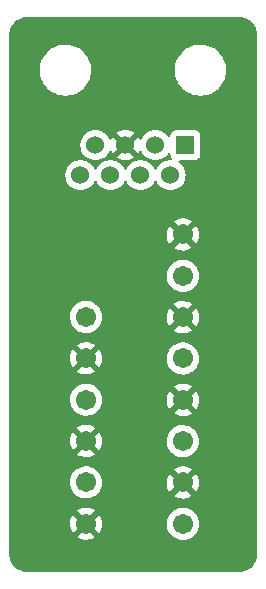
<source format=gtl>
%TF.GenerationSoftware,KiCad,Pcbnew,(6.0.4)*%
%TF.CreationDate,2022-04-04T21:58:20+02:00*%
%TF.ProjectId,TERMINATOR_BOARD,5445524d-494e-4415-944f-525f424f4152,rev?*%
%TF.SameCoordinates,Original*%
%TF.FileFunction,Copper,L1,Top*%
%TF.FilePolarity,Positive*%
%FSLAX46Y46*%
G04 Gerber Fmt 4.6, Leading zero omitted, Abs format (unit mm)*
G04 Created by KiCad (PCBNEW (6.0.4)) date 2022-04-04 21:58:20*
%MOMM*%
%LPD*%
G01*
G04 APERTURE LIST*
%TA.AperFunction,ComponentPad*%
%ADD10C,1.702000*%
%TD*%
%TA.AperFunction,ComponentPad*%
%ADD11R,1.524000X1.524000*%
%TD*%
%TA.AperFunction,ComponentPad*%
%ADD12C,1.524000*%
%TD*%
%TA.AperFunction,Conductor*%
%ADD13C,0.500000*%
%TD*%
G04 APERTURE END LIST*
D10*
X115200000Y-93412000D03*
X115200000Y-89912000D03*
X115200000Y-86412000D03*
X115200000Y-82912000D03*
X115200000Y-79412000D03*
X115200000Y-75912000D03*
X115200000Y-72412000D03*
X115200000Y-68912000D03*
D11*
X115425000Y-61342000D03*
D12*
X114155000Y-63882000D03*
X112885000Y-61342000D03*
X111615000Y-63882000D03*
X110345000Y-61342000D03*
X109075000Y-63882000D03*
X107805000Y-61342000D03*
X106535000Y-63882000D03*
D10*
X107000000Y-75900000D03*
X107000000Y-79400000D03*
X107000000Y-82900000D03*
X107000000Y-86400000D03*
X107000000Y-89900000D03*
X107000000Y-93400000D03*
D13*
X114155000Y-63882000D02*
X114155000Y-63924000D01*
%TA.AperFunction,Conductor*%
G36*
X119970018Y-50510000D02*
G01*
X119984851Y-50512310D01*
X119984855Y-50512310D01*
X119993724Y-50513691D01*
X120008981Y-50511696D01*
X120034302Y-50510953D01*
X120203285Y-50523039D01*
X120221064Y-50525596D01*
X120411392Y-50566999D01*
X120428641Y-50572063D01*
X120611150Y-50640136D01*
X120627502Y-50647604D01*
X120798458Y-50740952D01*
X120813582Y-50750672D01*
X120969514Y-50867402D01*
X120983100Y-50879175D01*
X121120825Y-51016900D01*
X121132598Y-51030486D01*
X121249328Y-51186418D01*
X121259048Y-51201542D01*
X121352396Y-51372498D01*
X121359864Y-51388850D01*
X121427937Y-51571359D01*
X121433001Y-51588607D01*
X121474404Y-51778936D01*
X121476962Y-51796721D01*
X121488540Y-51958601D01*
X121487793Y-51976565D01*
X121487692Y-51984845D01*
X121486309Y-51993724D01*
X121487474Y-52002630D01*
X121490436Y-52025283D01*
X121491500Y-52041621D01*
X121491500Y-95950633D01*
X121490000Y-95970018D01*
X121487690Y-95984851D01*
X121487690Y-95984855D01*
X121486309Y-95993724D01*
X121488136Y-96007693D01*
X121488304Y-96008976D01*
X121489047Y-96034305D01*
X121476962Y-96203279D01*
X121474404Y-96221064D01*
X121456598Y-96302919D01*
X121433001Y-96411392D01*
X121427937Y-96428641D01*
X121359864Y-96611150D01*
X121352396Y-96627502D01*
X121259048Y-96798458D01*
X121249328Y-96813582D01*
X121132598Y-96969514D01*
X121120825Y-96983100D01*
X120983100Y-97120825D01*
X120969514Y-97132598D01*
X120813582Y-97249328D01*
X120798458Y-97259048D01*
X120627502Y-97352396D01*
X120611150Y-97359864D01*
X120428641Y-97427937D01*
X120411393Y-97433001D01*
X120221064Y-97474404D01*
X120203285Y-97476961D01*
X120041395Y-97488540D01*
X120023435Y-97487793D01*
X120015155Y-97487692D01*
X120006276Y-97486309D01*
X119974714Y-97490436D01*
X119958379Y-97491500D01*
X102049367Y-97491500D01*
X102029982Y-97490000D01*
X102015149Y-97487690D01*
X102015145Y-97487690D01*
X102006276Y-97486309D01*
X101991019Y-97488304D01*
X101965698Y-97489047D01*
X101796715Y-97476961D01*
X101778936Y-97474404D01*
X101588607Y-97433001D01*
X101571359Y-97427937D01*
X101388850Y-97359864D01*
X101372498Y-97352396D01*
X101201542Y-97259048D01*
X101186418Y-97249328D01*
X101030486Y-97132598D01*
X101016900Y-97120825D01*
X100879175Y-96983100D01*
X100867402Y-96969514D01*
X100750672Y-96813582D01*
X100740952Y-96798458D01*
X100647604Y-96627502D01*
X100640136Y-96611150D01*
X100572063Y-96428641D01*
X100566999Y-96411392D01*
X100543402Y-96302919D01*
X100525596Y-96221064D01*
X100523038Y-96203278D01*
X100511719Y-96045012D01*
X100512805Y-96022245D01*
X100512334Y-96022203D01*
X100512770Y-96017345D01*
X100513576Y-96012552D01*
X100513729Y-96000000D01*
X100509773Y-95972376D01*
X100508500Y-95954514D01*
X100508500Y-94525584D01*
X106239245Y-94525584D01*
X106244526Y-94532639D01*
X106406322Y-94627184D01*
X106415609Y-94631634D01*
X106614721Y-94707667D01*
X106624619Y-94710543D01*
X106833476Y-94753035D01*
X106843704Y-94754254D01*
X107056696Y-94762065D01*
X107066982Y-94761598D01*
X107278389Y-94734516D01*
X107288475Y-94732373D01*
X107492617Y-94671127D01*
X107502212Y-94667366D01*
X107693600Y-94573607D01*
X107702466Y-94568322D01*
X107749964Y-94534441D01*
X107758365Y-94523741D01*
X107751378Y-94510589D01*
X107012811Y-93772021D01*
X106998868Y-93764408D01*
X106997034Y-93764539D01*
X106990420Y-93768790D01*
X106246002Y-94513209D01*
X106239245Y-94525584D01*
X100508500Y-94525584D01*
X100508500Y-93371839D01*
X105637046Y-93371839D01*
X105649315Y-93584616D01*
X105650751Y-93594837D01*
X105697607Y-93802746D01*
X105700687Y-93812575D01*
X105780874Y-94010056D01*
X105785517Y-94019247D01*
X105865732Y-94150147D01*
X105876188Y-94159607D01*
X105884966Y-94155823D01*
X106627979Y-93412811D01*
X106634356Y-93401132D01*
X107364408Y-93401132D01*
X107364539Y-93402965D01*
X107368790Y-93409580D01*
X108111191Y-94151981D01*
X108123201Y-94158539D01*
X108134941Y-94149571D01*
X108165864Y-94106537D01*
X108171174Y-94097700D01*
X108265603Y-93906637D01*
X108269402Y-93897042D01*
X108331357Y-93693127D01*
X108333536Y-93683046D01*
X108361593Y-93469935D01*
X108362112Y-93463262D01*
X108363576Y-93403365D01*
X108363382Y-93396646D01*
X108361904Y-93378671D01*
X113836248Y-93378671D01*
X113836545Y-93383823D01*
X113836545Y-93383827D01*
X113838364Y-93415364D01*
X113849117Y-93601854D01*
X113850252Y-93606891D01*
X113850253Y-93606897D01*
X113885779Y-93764539D01*
X113898264Y-93819939D01*
X113900208Y-93824725D01*
X113900209Y-93824730D01*
X113936531Y-93914180D01*
X113982371Y-94027069D01*
X114099178Y-94217680D01*
X114102559Y-94221583D01*
X114242163Y-94382747D01*
X114242167Y-94382751D01*
X114245548Y-94386654D01*
X114417551Y-94529454D01*
X114422003Y-94532056D01*
X114422008Y-94532059D01*
X114592411Y-94631634D01*
X114610566Y-94642243D01*
X114819412Y-94721993D01*
X114824480Y-94723024D01*
X114824483Y-94723025D01*
X114931825Y-94744864D01*
X115038478Y-94766563D01*
X115043653Y-94766753D01*
X115043655Y-94766753D01*
X115256718Y-94774566D01*
X115256722Y-94774566D01*
X115261882Y-94774755D01*
X115267002Y-94774099D01*
X115267004Y-94774099D01*
X115478497Y-94747006D01*
X115478498Y-94747006D01*
X115483625Y-94746349D01*
X115561368Y-94723025D01*
X115692797Y-94683594D01*
X115697750Y-94682108D01*
X115702389Y-94679835D01*
X115702395Y-94679833D01*
X115893870Y-94586030D01*
X115898508Y-94583758D01*
X115980065Y-94525584D01*
X116076295Y-94456944D01*
X116076300Y-94456940D01*
X116080507Y-94453939D01*
X116238859Y-94296139D01*
X116369312Y-94114594D01*
X116468363Y-93914180D01*
X116511555Y-93772021D01*
X116531847Y-93705233D01*
X116531848Y-93705227D01*
X116533351Y-93700281D01*
X116562530Y-93478639D01*
X116564159Y-93412000D01*
X116556927Y-93324031D01*
X116546265Y-93194348D01*
X116546264Y-93194342D01*
X116545841Y-93189197D01*
X116491380Y-92972378D01*
X116484173Y-92955803D01*
X116404298Y-92772103D01*
X116404296Y-92772100D01*
X116402238Y-92767366D01*
X116280809Y-92579665D01*
X116130354Y-92414317D01*
X116058701Y-92357729D01*
X115958968Y-92278964D01*
X115958963Y-92278961D01*
X115954914Y-92275763D01*
X115950398Y-92273270D01*
X115950395Y-92273268D01*
X115763724Y-92170220D01*
X115763720Y-92170218D01*
X115759200Y-92167723D01*
X115754331Y-92165999D01*
X115754327Y-92165997D01*
X115553344Y-92094825D01*
X115553340Y-92094824D01*
X115548469Y-92093099D01*
X115543376Y-92092192D01*
X115543373Y-92092191D01*
X115333468Y-92054801D01*
X115333462Y-92054800D01*
X115328379Y-92053895D01*
X115254610Y-92052994D01*
X115110011Y-92051227D01*
X115110009Y-92051227D01*
X115104841Y-92051164D01*
X114883859Y-92084979D01*
X114671367Y-92154432D01*
X114666775Y-92156822D01*
X114666776Y-92156822D01*
X114489345Y-92249187D01*
X114473072Y-92257658D01*
X114468939Y-92260761D01*
X114468936Y-92260763D01*
X114449026Y-92275712D01*
X114294299Y-92391885D01*
X114139849Y-92553507D01*
X114013871Y-92738185D01*
X114011697Y-92742869D01*
X114011695Y-92742872D01*
X113921923Y-92936267D01*
X113921921Y-92936272D01*
X113919746Y-92940958D01*
X113860004Y-93156382D01*
X113836248Y-93378671D01*
X108361904Y-93378671D01*
X108345771Y-93182430D01*
X108344088Y-93172268D01*
X108292165Y-92965551D01*
X108288847Y-92955803D01*
X108203858Y-92760341D01*
X108198991Y-92751264D01*
X108133786Y-92650474D01*
X108123100Y-92641272D01*
X108113535Y-92645675D01*
X107372022Y-93387188D01*
X107364408Y-93401132D01*
X106634356Y-93401132D01*
X106635592Y-93398868D01*
X106635461Y-93397034D01*
X106631210Y-93390420D01*
X105889125Y-92648336D01*
X105877593Y-92642039D01*
X105865311Y-92651662D01*
X105817218Y-92722163D01*
X105812129Y-92731121D01*
X105722391Y-92924445D01*
X105718837Y-92934105D01*
X105661875Y-93139504D01*
X105659948Y-93149608D01*
X105637298Y-93361550D01*
X105637046Y-93371839D01*
X100508500Y-93371839D01*
X100508500Y-92275712D01*
X106240508Y-92275712D01*
X106247250Y-92288039D01*
X106987189Y-93027979D01*
X107001132Y-93035592D01*
X107002966Y-93035461D01*
X107009580Y-93031210D01*
X107754106Y-92286683D01*
X107761123Y-92273833D01*
X107754294Y-92264461D01*
X107750111Y-92261682D01*
X107563523Y-92158680D01*
X107554118Y-92154453D01*
X107353213Y-92083309D01*
X107343250Y-92080677D01*
X107133420Y-92043300D01*
X107123169Y-92042331D01*
X106910046Y-92039727D01*
X106899762Y-92040447D01*
X106689087Y-92072684D01*
X106679060Y-92075073D01*
X106476479Y-92141287D01*
X106466970Y-92145284D01*
X106277928Y-92243693D01*
X106269204Y-92249187D01*
X106248962Y-92264385D01*
X106240508Y-92275712D01*
X100508500Y-92275712D01*
X100508500Y-89866671D01*
X105636248Y-89866671D01*
X105636545Y-89871823D01*
X105636545Y-89871827D01*
X105637238Y-89883839D01*
X105649117Y-90089854D01*
X105650252Y-90094891D01*
X105650253Y-90094897D01*
X105691158Y-90276408D01*
X105698264Y-90307939D01*
X105700208Y-90312725D01*
X105700209Y-90312730D01*
X105743214Y-90418637D01*
X105782371Y-90515069D01*
X105899178Y-90705680D01*
X105902559Y-90709583D01*
X106042163Y-90870747D01*
X106042167Y-90870751D01*
X106045548Y-90874654D01*
X106217551Y-91017454D01*
X106222003Y-91020056D01*
X106222008Y-91020059D01*
X106406108Y-91127638D01*
X106410566Y-91130243D01*
X106619412Y-91209993D01*
X106624480Y-91211024D01*
X106624483Y-91211025D01*
X106731825Y-91232864D01*
X106838478Y-91254563D01*
X106843653Y-91254753D01*
X106843655Y-91254753D01*
X107056718Y-91262566D01*
X107056722Y-91262566D01*
X107061882Y-91262755D01*
X107067002Y-91262099D01*
X107067004Y-91262099D01*
X107278497Y-91235006D01*
X107278498Y-91235006D01*
X107283625Y-91234349D01*
X107332563Y-91219667D01*
X107492797Y-91171594D01*
X107497750Y-91170108D01*
X107502389Y-91167835D01*
X107502395Y-91167833D01*
X107658608Y-91091305D01*
X107698508Y-91071758D01*
X107746418Y-91037584D01*
X114439245Y-91037584D01*
X114444526Y-91044639D01*
X114606322Y-91139184D01*
X114615609Y-91143634D01*
X114814721Y-91219667D01*
X114824619Y-91222543D01*
X115033476Y-91265035D01*
X115043704Y-91266254D01*
X115256696Y-91274065D01*
X115266982Y-91273598D01*
X115478389Y-91246516D01*
X115488475Y-91244373D01*
X115692617Y-91183127D01*
X115702212Y-91179366D01*
X115893600Y-91085607D01*
X115902466Y-91080322D01*
X115949964Y-91046441D01*
X115958365Y-91035741D01*
X115951378Y-91022589D01*
X115212811Y-90284021D01*
X115198868Y-90276408D01*
X115197034Y-90276539D01*
X115190420Y-90280790D01*
X114446002Y-91025209D01*
X114439245Y-91037584D01*
X107746418Y-91037584D01*
X107779266Y-91014154D01*
X107876295Y-90944944D01*
X107876300Y-90944940D01*
X107880507Y-90941939D01*
X108038859Y-90784139D01*
X108169312Y-90602594D01*
X108209117Y-90522056D01*
X108260229Y-90418637D01*
X108268363Y-90402180D01*
X108304263Y-90284021D01*
X108331847Y-90193233D01*
X108331848Y-90193227D01*
X108333351Y-90188281D01*
X108346988Y-90084695D01*
X108362093Y-89969961D01*
X108362093Y-89969955D01*
X108362530Y-89966639D01*
X108362612Y-89963286D01*
X108364077Y-89903364D01*
X108364077Y-89903360D01*
X108364159Y-89900000D01*
X108362830Y-89883839D01*
X113837046Y-89883839D01*
X113849315Y-90096616D01*
X113850751Y-90106837D01*
X113897607Y-90314746D01*
X113900687Y-90324575D01*
X113980874Y-90522056D01*
X113985517Y-90531247D01*
X114065732Y-90662147D01*
X114076188Y-90671607D01*
X114084966Y-90667823D01*
X114827979Y-89924811D01*
X114834356Y-89913132D01*
X115564408Y-89913132D01*
X115564539Y-89914965D01*
X115568790Y-89921580D01*
X116311191Y-90663981D01*
X116323201Y-90670539D01*
X116334941Y-90661571D01*
X116365864Y-90618537D01*
X116371174Y-90609700D01*
X116465603Y-90418637D01*
X116469402Y-90409042D01*
X116531357Y-90205127D01*
X116533536Y-90195046D01*
X116561593Y-89981935D01*
X116562112Y-89975262D01*
X116563576Y-89915365D01*
X116563382Y-89908646D01*
X116545771Y-89694430D01*
X116544088Y-89684268D01*
X116492165Y-89477551D01*
X116488847Y-89467803D01*
X116403858Y-89272341D01*
X116398991Y-89263264D01*
X116333786Y-89162474D01*
X116323100Y-89153272D01*
X116313535Y-89157675D01*
X115572022Y-89899188D01*
X115564408Y-89913132D01*
X114834356Y-89913132D01*
X114835592Y-89910868D01*
X114835461Y-89909034D01*
X114831210Y-89902420D01*
X114089125Y-89160336D01*
X114077593Y-89154039D01*
X114065311Y-89163662D01*
X114017218Y-89234163D01*
X114012129Y-89243121D01*
X113922391Y-89436445D01*
X113918837Y-89446105D01*
X113861875Y-89651504D01*
X113859948Y-89661608D01*
X113837298Y-89873550D01*
X113837046Y-89883839D01*
X108362830Y-89883839D01*
X108347258Y-89694430D01*
X108346265Y-89682348D01*
X108346264Y-89682342D01*
X108345841Y-89677197D01*
X108291380Y-89460378D01*
X108280974Y-89436445D01*
X108204298Y-89260103D01*
X108204296Y-89260100D01*
X108202238Y-89255366D01*
X108080809Y-89067665D01*
X107930354Y-88902317D01*
X107858701Y-88845729D01*
X107785239Y-88787712D01*
X114440508Y-88787712D01*
X114447250Y-88800039D01*
X115187189Y-89539979D01*
X115201132Y-89547592D01*
X115202966Y-89547461D01*
X115209580Y-89543210D01*
X115954106Y-88798683D01*
X115961123Y-88785833D01*
X115954294Y-88776461D01*
X115950111Y-88773682D01*
X115763523Y-88670680D01*
X115754118Y-88666453D01*
X115553213Y-88595309D01*
X115543250Y-88592677D01*
X115333420Y-88555300D01*
X115323169Y-88554331D01*
X115110046Y-88551727D01*
X115099762Y-88552447D01*
X114889087Y-88584684D01*
X114879060Y-88587073D01*
X114676479Y-88653287D01*
X114666970Y-88657284D01*
X114477928Y-88755693D01*
X114469204Y-88761187D01*
X114448962Y-88776385D01*
X114440508Y-88787712D01*
X107785239Y-88787712D01*
X107758968Y-88766964D01*
X107758963Y-88766961D01*
X107754914Y-88763763D01*
X107750398Y-88761270D01*
X107750395Y-88761268D01*
X107563724Y-88658220D01*
X107563720Y-88658218D01*
X107559200Y-88655723D01*
X107554331Y-88653999D01*
X107554327Y-88653997D01*
X107353344Y-88582825D01*
X107353340Y-88582824D01*
X107348469Y-88581099D01*
X107343376Y-88580192D01*
X107343373Y-88580191D01*
X107133468Y-88542801D01*
X107133462Y-88542800D01*
X107128379Y-88541895D01*
X107054610Y-88540994D01*
X106910011Y-88539227D01*
X106910009Y-88539227D01*
X106904841Y-88539164D01*
X106683859Y-88572979D01*
X106471367Y-88642432D01*
X106273072Y-88745658D01*
X106268939Y-88748761D01*
X106268936Y-88748763D01*
X106098434Y-88876780D01*
X106094299Y-88879885D01*
X105939849Y-89041507D01*
X105813871Y-89226185D01*
X105811697Y-89230869D01*
X105811695Y-89230872D01*
X105721923Y-89424267D01*
X105721921Y-89424272D01*
X105719746Y-89428958D01*
X105660004Y-89644382D01*
X105636248Y-89866671D01*
X100508500Y-89866671D01*
X100508500Y-87525584D01*
X106239245Y-87525584D01*
X106244526Y-87532639D01*
X106406322Y-87627184D01*
X106415609Y-87631634D01*
X106614721Y-87707667D01*
X106624619Y-87710543D01*
X106833476Y-87753035D01*
X106843704Y-87754254D01*
X107056696Y-87762065D01*
X107066982Y-87761598D01*
X107278389Y-87734516D01*
X107288475Y-87732373D01*
X107492617Y-87671127D01*
X107502212Y-87667366D01*
X107693600Y-87573607D01*
X107702466Y-87568322D01*
X107749964Y-87534441D01*
X107758365Y-87523741D01*
X107751378Y-87510589D01*
X107012811Y-86772021D01*
X106998868Y-86764408D01*
X106997034Y-86764539D01*
X106990420Y-86768790D01*
X106246002Y-87513209D01*
X106239245Y-87525584D01*
X100508500Y-87525584D01*
X100508500Y-86371839D01*
X105637046Y-86371839D01*
X105649315Y-86584616D01*
X105650751Y-86594837D01*
X105697607Y-86802746D01*
X105700687Y-86812575D01*
X105780874Y-87010056D01*
X105785517Y-87019247D01*
X105865732Y-87150147D01*
X105876188Y-87159607D01*
X105884966Y-87155823D01*
X106627979Y-86412811D01*
X106634356Y-86401132D01*
X107364408Y-86401132D01*
X107364539Y-86402965D01*
X107368790Y-86409580D01*
X108111191Y-87151981D01*
X108123201Y-87158539D01*
X108134941Y-87149571D01*
X108165864Y-87106537D01*
X108171174Y-87097700D01*
X108265603Y-86906637D01*
X108269402Y-86897042D01*
X108331357Y-86693127D01*
X108333536Y-86683046D01*
X108361593Y-86469935D01*
X108362112Y-86463262D01*
X108363576Y-86403365D01*
X108363382Y-86396646D01*
X108361904Y-86378671D01*
X113836248Y-86378671D01*
X113836545Y-86383823D01*
X113836545Y-86383827D01*
X113838364Y-86415364D01*
X113849117Y-86601854D01*
X113850252Y-86606891D01*
X113850253Y-86606897D01*
X113885779Y-86764539D01*
X113898264Y-86819939D01*
X113900208Y-86824725D01*
X113900209Y-86824730D01*
X113936531Y-86914180D01*
X113982371Y-87027069D01*
X114099178Y-87217680D01*
X114102559Y-87221583D01*
X114242163Y-87382747D01*
X114242167Y-87382751D01*
X114245548Y-87386654D01*
X114417551Y-87529454D01*
X114422003Y-87532056D01*
X114422008Y-87532059D01*
X114592411Y-87631634D01*
X114610566Y-87642243D01*
X114819412Y-87721993D01*
X114824480Y-87723024D01*
X114824483Y-87723025D01*
X114931825Y-87744864D01*
X115038478Y-87766563D01*
X115043653Y-87766753D01*
X115043655Y-87766753D01*
X115256718Y-87774566D01*
X115256722Y-87774566D01*
X115261882Y-87774755D01*
X115267002Y-87774099D01*
X115267004Y-87774099D01*
X115478497Y-87747006D01*
X115478498Y-87747006D01*
X115483625Y-87746349D01*
X115561368Y-87723025D01*
X115692797Y-87683594D01*
X115697750Y-87682108D01*
X115702389Y-87679835D01*
X115702395Y-87679833D01*
X115893870Y-87586030D01*
X115898508Y-87583758D01*
X115980065Y-87525584D01*
X116076295Y-87456944D01*
X116076300Y-87456940D01*
X116080507Y-87453939D01*
X116238859Y-87296139D01*
X116369312Y-87114594D01*
X116468363Y-86914180D01*
X116511555Y-86772021D01*
X116531847Y-86705233D01*
X116531848Y-86705227D01*
X116533351Y-86700281D01*
X116562530Y-86478639D01*
X116564159Y-86412000D01*
X116556927Y-86324031D01*
X116546265Y-86194348D01*
X116546264Y-86194342D01*
X116545841Y-86189197D01*
X116491380Y-85972378D01*
X116484173Y-85955803D01*
X116404298Y-85772103D01*
X116404296Y-85772100D01*
X116402238Y-85767366D01*
X116280809Y-85579665D01*
X116130354Y-85414317D01*
X116058701Y-85357729D01*
X115958968Y-85278964D01*
X115958963Y-85278961D01*
X115954914Y-85275763D01*
X115950398Y-85273270D01*
X115950395Y-85273268D01*
X115763724Y-85170220D01*
X115763720Y-85170218D01*
X115759200Y-85167723D01*
X115754331Y-85165999D01*
X115754327Y-85165997D01*
X115553344Y-85094825D01*
X115553340Y-85094824D01*
X115548469Y-85093099D01*
X115543376Y-85092192D01*
X115543373Y-85092191D01*
X115333468Y-85054801D01*
X115333462Y-85054800D01*
X115328379Y-85053895D01*
X115254610Y-85052994D01*
X115110011Y-85051227D01*
X115110009Y-85051227D01*
X115104841Y-85051164D01*
X114883859Y-85084979D01*
X114671367Y-85154432D01*
X114666775Y-85156822D01*
X114666776Y-85156822D01*
X114489345Y-85249187D01*
X114473072Y-85257658D01*
X114468939Y-85260761D01*
X114468936Y-85260763D01*
X114449026Y-85275712D01*
X114294299Y-85391885D01*
X114139849Y-85553507D01*
X114013871Y-85738185D01*
X114011697Y-85742869D01*
X114011695Y-85742872D01*
X113921923Y-85936267D01*
X113921921Y-85936272D01*
X113919746Y-85940958D01*
X113860004Y-86156382D01*
X113836248Y-86378671D01*
X108361904Y-86378671D01*
X108345771Y-86182430D01*
X108344088Y-86172268D01*
X108292165Y-85965551D01*
X108288847Y-85955803D01*
X108203858Y-85760341D01*
X108198991Y-85751264D01*
X108133786Y-85650474D01*
X108123100Y-85641272D01*
X108113535Y-85645675D01*
X107372022Y-86387188D01*
X107364408Y-86401132D01*
X106634356Y-86401132D01*
X106635592Y-86398868D01*
X106635461Y-86397034D01*
X106631210Y-86390420D01*
X105889125Y-85648336D01*
X105877593Y-85642039D01*
X105865311Y-85651662D01*
X105817218Y-85722163D01*
X105812129Y-85731121D01*
X105722391Y-85924445D01*
X105718837Y-85934105D01*
X105661875Y-86139504D01*
X105659948Y-86149608D01*
X105637298Y-86361550D01*
X105637046Y-86371839D01*
X100508500Y-86371839D01*
X100508500Y-85275712D01*
X106240508Y-85275712D01*
X106247250Y-85288039D01*
X106987189Y-86027979D01*
X107001132Y-86035592D01*
X107002966Y-86035461D01*
X107009580Y-86031210D01*
X107754106Y-85286683D01*
X107761123Y-85273833D01*
X107754294Y-85264461D01*
X107750111Y-85261682D01*
X107563523Y-85158680D01*
X107554118Y-85154453D01*
X107353213Y-85083309D01*
X107343250Y-85080677D01*
X107133420Y-85043300D01*
X107123169Y-85042331D01*
X106910046Y-85039727D01*
X106899762Y-85040447D01*
X106689087Y-85072684D01*
X106679060Y-85075073D01*
X106476479Y-85141287D01*
X106466970Y-85145284D01*
X106277928Y-85243693D01*
X106269204Y-85249187D01*
X106248962Y-85264385D01*
X106240508Y-85275712D01*
X100508500Y-85275712D01*
X100508500Y-82866671D01*
X105636248Y-82866671D01*
X105636545Y-82871823D01*
X105636545Y-82871827D01*
X105637238Y-82883839D01*
X105649117Y-83089854D01*
X105650252Y-83094891D01*
X105650253Y-83094897D01*
X105691158Y-83276408D01*
X105698264Y-83307939D01*
X105700208Y-83312725D01*
X105700209Y-83312730D01*
X105743214Y-83418637D01*
X105782371Y-83515069D01*
X105899178Y-83705680D01*
X105902559Y-83709583D01*
X106042163Y-83870747D01*
X106042167Y-83870751D01*
X106045548Y-83874654D01*
X106217551Y-84017454D01*
X106222003Y-84020056D01*
X106222008Y-84020059D01*
X106406108Y-84127638D01*
X106410566Y-84130243D01*
X106619412Y-84209993D01*
X106624480Y-84211024D01*
X106624483Y-84211025D01*
X106731825Y-84232864D01*
X106838478Y-84254563D01*
X106843653Y-84254753D01*
X106843655Y-84254753D01*
X107056718Y-84262566D01*
X107056722Y-84262566D01*
X107061882Y-84262755D01*
X107067002Y-84262099D01*
X107067004Y-84262099D01*
X107278497Y-84235006D01*
X107278498Y-84235006D01*
X107283625Y-84234349D01*
X107332563Y-84219667D01*
X107492797Y-84171594D01*
X107497750Y-84170108D01*
X107502389Y-84167835D01*
X107502395Y-84167833D01*
X107658608Y-84091305D01*
X107698508Y-84071758D01*
X107746418Y-84037584D01*
X114439245Y-84037584D01*
X114444526Y-84044639D01*
X114606322Y-84139184D01*
X114615609Y-84143634D01*
X114814721Y-84219667D01*
X114824619Y-84222543D01*
X115033476Y-84265035D01*
X115043704Y-84266254D01*
X115256696Y-84274065D01*
X115266982Y-84273598D01*
X115478389Y-84246516D01*
X115488475Y-84244373D01*
X115692617Y-84183127D01*
X115702212Y-84179366D01*
X115893600Y-84085607D01*
X115902466Y-84080322D01*
X115949964Y-84046441D01*
X115958365Y-84035741D01*
X115951378Y-84022589D01*
X115212811Y-83284021D01*
X115198868Y-83276408D01*
X115197034Y-83276539D01*
X115190420Y-83280790D01*
X114446002Y-84025209D01*
X114439245Y-84037584D01*
X107746418Y-84037584D01*
X107779266Y-84014154D01*
X107876295Y-83944944D01*
X107876300Y-83944940D01*
X107880507Y-83941939D01*
X108038859Y-83784139D01*
X108169312Y-83602594D01*
X108209117Y-83522056D01*
X108260229Y-83418637D01*
X108268363Y-83402180D01*
X108304263Y-83284021D01*
X108331847Y-83193233D01*
X108331848Y-83193227D01*
X108333351Y-83188281D01*
X108346988Y-83084695D01*
X108362093Y-82969961D01*
X108362093Y-82969955D01*
X108362530Y-82966639D01*
X108362612Y-82963286D01*
X108364077Y-82903364D01*
X108364077Y-82903360D01*
X108364159Y-82900000D01*
X108362830Y-82883839D01*
X113837046Y-82883839D01*
X113849315Y-83096616D01*
X113850751Y-83106837D01*
X113897607Y-83314746D01*
X113900687Y-83324575D01*
X113980874Y-83522056D01*
X113985517Y-83531247D01*
X114065732Y-83662147D01*
X114076188Y-83671607D01*
X114084966Y-83667823D01*
X114827979Y-82924811D01*
X114834356Y-82913132D01*
X115564408Y-82913132D01*
X115564539Y-82914965D01*
X115568790Y-82921580D01*
X116311191Y-83663981D01*
X116323201Y-83670539D01*
X116334941Y-83661571D01*
X116365864Y-83618537D01*
X116371174Y-83609700D01*
X116465603Y-83418637D01*
X116469402Y-83409042D01*
X116531357Y-83205127D01*
X116533536Y-83195046D01*
X116561593Y-82981935D01*
X116562112Y-82975262D01*
X116563576Y-82915365D01*
X116563382Y-82908646D01*
X116545771Y-82694430D01*
X116544088Y-82684268D01*
X116492165Y-82477551D01*
X116488847Y-82467803D01*
X116403858Y-82272341D01*
X116398991Y-82263264D01*
X116333786Y-82162474D01*
X116323100Y-82153272D01*
X116313535Y-82157675D01*
X115572022Y-82899188D01*
X115564408Y-82913132D01*
X114834356Y-82913132D01*
X114835592Y-82910868D01*
X114835461Y-82909034D01*
X114831210Y-82902420D01*
X114089125Y-82160336D01*
X114077593Y-82154039D01*
X114065311Y-82163662D01*
X114017218Y-82234163D01*
X114012129Y-82243121D01*
X113922391Y-82436445D01*
X113918837Y-82446105D01*
X113861875Y-82651504D01*
X113859948Y-82661608D01*
X113837298Y-82873550D01*
X113837046Y-82883839D01*
X108362830Y-82883839D01*
X108347258Y-82694430D01*
X108346265Y-82682348D01*
X108346264Y-82682342D01*
X108345841Y-82677197D01*
X108291380Y-82460378D01*
X108280974Y-82436445D01*
X108204298Y-82260103D01*
X108204296Y-82260100D01*
X108202238Y-82255366D01*
X108080809Y-82067665D01*
X107930354Y-81902317D01*
X107858701Y-81845729D01*
X107785239Y-81787712D01*
X114440508Y-81787712D01*
X114447250Y-81800039D01*
X115187189Y-82539979D01*
X115201132Y-82547592D01*
X115202966Y-82547461D01*
X115209580Y-82543210D01*
X115954106Y-81798683D01*
X115961123Y-81785833D01*
X115954294Y-81776461D01*
X115950111Y-81773682D01*
X115763523Y-81670680D01*
X115754118Y-81666453D01*
X115553213Y-81595309D01*
X115543250Y-81592677D01*
X115333420Y-81555300D01*
X115323169Y-81554331D01*
X115110046Y-81551727D01*
X115099762Y-81552447D01*
X114889087Y-81584684D01*
X114879060Y-81587073D01*
X114676479Y-81653287D01*
X114666970Y-81657284D01*
X114477928Y-81755693D01*
X114469204Y-81761187D01*
X114448962Y-81776385D01*
X114440508Y-81787712D01*
X107785239Y-81787712D01*
X107758968Y-81766964D01*
X107758963Y-81766961D01*
X107754914Y-81763763D01*
X107750398Y-81761270D01*
X107750395Y-81761268D01*
X107563724Y-81658220D01*
X107563720Y-81658218D01*
X107559200Y-81655723D01*
X107554331Y-81653999D01*
X107554327Y-81653997D01*
X107353344Y-81582825D01*
X107353340Y-81582824D01*
X107348469Y-81581099D01*
X107343376Y-81580192D01*
X107343373Y-81580191D01*
X107133468Y-81542801D01*
X107133462Y-81542800D01*
X107128379Y-81541895D01*
X107054610Y-81540994D01*
X106910011Y-81539227D01*
X106910009Y-81539227D01*
X106904841Y-81539164D01*
X106683859Y-81572979D01*
X106471367Y-81642432D01*
X106273072Y-81745658D01*
X106268939Y-81748761D01*
X106268936Y-81748763D01*
X106098434Y-81876780D01*
X106094299Y-81879885D01*
X105939849Y-82041507D01*
X105813871Y-82226185D01*
X105811697Y-82230869D01*
X105811695Y-82230872D01*
X105721923Y-82424267D01*
X105721921Y-82424272D01*
X105719746Y-82428958D01*
X105660004Y-82644382D01*
X105636248Y-82866671D01*
X100508500Y-82866671D01*
X100508500Y-80525584D01*
X106239245Y-80525584D01*
X106244526Y-80532639D01*
X106406322Y-80627184D01*
X106415609Y-80631634D01*
X106614721Y-80707667D01*
X106624619Y-80710543D01*
X106833476Y-80753035D01*
X106843704Y-80754254D01*
X107056696Y-80762065D01*
X107066982Y-80761598D01*
X107278389Y-80734516D01*
X107288475Y-80732373D01*
X107492617Y-80671127D01*
X107502212Y-80667366D01*
X107693600Y-80573607D01*
X107702466Y-80568322D01*
X107749964Y-80534441D01*
X107758365Y-80523741D01*
X107751378Y-80510589D01*
X107012811Y-79772021D01*
X106998868Y-79764408D01*
X106997034Y-79764539D01*
X106990420Y-79768790D01*
X106246002Y-80513209D01*
X106239245Y-80525584D01*
X100508500Y-80525584D01*
X100508500Y-79371839D01*
X105637046Y-79371839D01*
X105649315Y-79584616D01*
X105650751Y-79594837D01*
X105697607Y-79802746D01*
X105700687Y-79812575D01*
X105780874Y-80010056D01*
X105785517Y-80019247D01*
X105865732Y-80150147D01*
X105876188Y-80159607D01*
X105884966Y-80155823D01*
X106627979Y-79412811D01*
X106634356Y-79401132D01*
X107364408Y-79401132D01*
X107364539Y-79402965D01*
X107368790Y-79409580D01*
X108111191Y-80151981D01*
X108123201Y-80158539D01*
X108134941Y-80149571D01*
X108165864Y-80106537D01*
X108171174Y-80097700D01*
X108265603Y-79906637D01*
X108269402Y-79897042D01*
X108331357Y-79693127D01*
X108333536Y-79683046D01*
X108361593Y-79469935D01*
X108362112Y-79463262D01*
X108363576Y-79403365D01*
X108363382Y-79396646D01*
X108361904Y-79378671D01*
X113836248Y-79378671D01*
X113836545Y-79383823D01*
X113836545Y-79383827D01*
X113838364Y-79415364D01*
X113849117Y-79601854D01*
X113850252Y-79606891D01*
X113850253Y-79606897D01*
X113885779Y-79764539D01*
X113898264Y-79819939D01*
X113900208Y-79824725D01*
X113900209Y-79824730D01*
X113936531Y-79914180D01*
X113982371Y-80027069D01*
X114099178Y-80217680D01*
X114102559Y-80221583D01*
X114242163Y-80382747D01*
X114242167Y-80382751D01*
X114245548Y-80386654D01*
X114417551Y-80529454D01*
X114422003Y-80532056D01*
X114422008Y-80532059D01*
X114592411Y-80631634D01*
X114610566Y-80642243D01*
X114819412Y-80721993D01*
X114824480Y-80723024D01*
X114824483Y-80723025D01*
X114931825Y-80744864D01*
X115038478Y-80766563D01*
X115043653Y-80766753D01*
X115043655Y-80766753D01*
X115256718Y-80774566D01*
X115256722Y-80774566D01*
X115261882Y-80774755D01*
X115267002Y-80774099D01*
X115267004Y-80774099D01*
X115478497Y-80747006D01*
X115478498Y-80747006D01*
X115483625Y-80746349D01*
X115561368Y-80723025D01*
X115692797Y-80683594D01*
X115697750Y-80682108D01*
X115702389Y-80679835D01*
X115702395Y-80679833D01*
X115893870Y-80586030D01*
X115898508Y-80583758D01*
X115980065Y-80525584D01*
X116076295Y-80456944D01*
X116076300Y-80456940D01*
X116080507Y-80453939D01*
X116238859Y-80296139D01*
X116369312Y-80114594D01*
X116468363Y-79914180D01*
X116511555Y-79772021D01*
X116531847Y-79705233D01*
X116531848Y-79705227D01*
X116533351Y-79700281D01*
X116562530Y-79478639D01*
X116564159Y-79412000D01*
X116556927Y-79324031D01*
X116546265Y-79194348D01*
X116546264Y-79194342D01*
X116545841Y-79189197D01*
X116491380Y-78972378D01*
X116484173Y-78955803D01*
X116404298Y-78772103D01*
X116404296Y-78772100D01*
X116402238Y-78767366D01*
X116280809Y-78579665D01*
X116130354Y-78414317D01*
X116058701Y-78357729D01*
X115958968Y-78278964D01*
X115958963Y-78278961D01*
X115954914Y-78275763D01*
X115950398Y-78273270D01*
X115950395Y-78273268D01*
X115763724Y-78170220D01*
X115763720Y-78170218D01*
X115759200Y-78167723D01*
X115754331Y-78165999D01*
X115754327Y-78165997D01*
X115553344Y-78094825D01*
X115553340Y-78094824D01*
X115548469Y-78093099D01*
X115543376Y-78092192D01*
X115543373Y-78092191D01*
X115333468Y-78054801D01*
X115333462Y-78054800D01*
X115328379Y-78053895D01*
X115254610Y-78052994D01*
X115110011Y-78051227D01*
X115110009Y-78051227D01*
X115104841Y-78051164D01*
X114883859Y-78084979D01*
X114671367Y-78154432D01*
X114666775Y-78156822D01*
X114666776Y-78156822D01*
X114489345Y-78249187D01*
X114473072Y-78257658D01*
X114468939Y-78260761D01*
X114468936Y-78260763D01*
X114449026Y-78275712D01*
X114294299Y-78391885D01*
X114139849Y-78553507D01*
X114013871Y-78738185D01*
X114011697Y-78742869D01*
X114011695Y-78742872D01*
X113921923Y-78936267D01*
X113921921Y-78936272D01*
X113919746Y-78940958D01*
X113860004Y-79156382D01*
X113836248Y-79378671D01*
X108361904Y-79378671D01*
X108345771Y-79182430D01*
X108344088Y-79172268D01*
X108292165Y-78965551D01*
X108288847Y-78955803D01*
X108203858Y-78760341D01*
X108198991Y-78751264D01*
X108133786Y-78650474D01*
X108123100Y-78641272D01*
X108113535Y-78645675D01*
X107372022Y-79387188D01*
X107364408Y-79401132D01*
X106634356Y-79401132D01*
X106635592Y-79398868D01*
X106635461Y-79397034D01*
X106631210Y-79390420D01*
X105889125Y-78648336D01*
X105877593Y-78642039D01*
X105865311Y-78651662D01*
X105817218Y-78722163D01*
X105812129Y-78731121D01*
X105722391Y-78924445D01*
X105718837Y-78934105D01*
X105661875Y-79139504D01*
X105659948Y-79149608D01*
X105637298Y-79361550D01*
X105637046Y-79371839D01*
X100508500Y-79371839D01*
X100508500Y-78275712D01*
X106240508Y-78275712D01*
X106247250Y-78288039D01*
X106987189Y-79027979D01*
X107001132Y-79035592D01*
X107002966Y-79035461D01*
X107009580Y-79031210D01*
X107754106Y-78286683D01*
X107761123Y-78273833D01*
X107754294Y-78264461D01*
X107750111Y-78261682D01*
X107563523Y-78158680D01*
X107554118Y-78154453D01*
X107353213Y-78083309D01*
X107343250Y-78080677D01*
X107133420Y-78043300D01*
X107123169Y-78042331D01*
X106910046Y-78039727D01*
X106899762Y-78040447D01*
X106689087Y-78072684D01*
X106679060Y-78075073D01*
X106476479Y-78141287D01*
X106466970Y-78145284D01*
X106277928Y-78243693D01*
X106269204Y-78249187D01*
X106248962Y-78264385D01*
X106240508Y-78275712D01*
X100508500Y-78275712D01*
X100508500Y-75866671D01*
X105636248Y-75866671D01*
X105636545Y-75871823D01*
X105636545Y-75871827D01*
X105637238Y-75883839D01*
X105649117Y-76089854D01*
X105650252Y-76094891D01*
X105650253Y-76094897D01*
X105691158Y-76276408D01*
X105698264Y-76307939D01*
X105700208Y-76312725D01*
X105700209Y-76312730D01*
X105743214Y-76418637D01*
X105782371Y-76515069D01*
X105899178Y-76705680D01*
X105902559Y-76709583D01*
X106042163Y-76870747D01*
X106042167Y-76870751D01*
X106045548Y-76874654D01*
X106217551Y-77017454D01*
X106222003Y-77020056D01*
X106222008Y-77020059D01*
X106406108Y-77127638D01*
X106410566Y-77130243D01*
X106619412Y-77209993D01*
X106624480Y-77211024D01*
X106624483Y-77211025D01*
X106731825Y-77232864D01*
X106838478Y-77254563D01*
X106843653Y-77254753D01*
X106843655Y-77254753D01*
X107056718Y-77262566D01*
X107056722Y-77262566D01*
X107061882Y-77262755D01*
X107067002Y-77262099D01*
X107067004Y-77262099D01*
X107278497Y-77235006D01*
X107278498Y-77235006D01*
X107283625Y-77234349D01*
X107332563Y-77219667D01*
X107492797Y-77171594D01*
X107497750Y-77170108D01*
X107502389Y-77167835D01*
X107502395Y-77167833D01*
X107658608Y-77091305D01*
X107698508Y-77071758D01*
X107746418Y-77037584D01*
X114439245Y-77037584D01*
X114444526Y-77044639D01*
X114606322Y-77139184D01*
X114615609Y-77143634D01*
X114814721Y-77219667D01*
X114824619Y-77222543D01*
X115033476Y-77265035D01*
X115043704Y-77266254D01*
X115256696Y-77274065D01*
X115266982Y-77273598D01*
X115478389Y-77246516D01*
X115488475Y-77244373D01*
X115692617Y-77183127D01*
X115702212Y-77179366D01*
X115893600Y-77085607D01*
X115902466Y-77080322D01*
X115949964Y-77046441D01*
X115958365Y-77035741D01*
X115951378Y-77022589D01*
X115212811Y-76284021D01*
X115198868Y-76276408D01*
X115197034Y-76276539D01*
X115190420Y-76280790D01*
X114446002Y-77025209D01*
X114439245Y-77037584D01*
X107746418Y-77037584D01*
X107779266Y-77014154D01*
X107876295Y-76944944D01*
X107876300Y-76944940D01*
X107880507Y-76941939D01*
X108038859Y-76784139D01*
X108169312Y-76602594D01*
X108209117Y-76522056D01*
X108260229Y-76418637D01*
X108268363Y-76402180D01*
X108304263Y-76284021D01*
X108331847Y-76193233D01*
X108331848Y-76193227D01*
X108333351Y-76188281D01*
X108346988Y-76084695D01*
X108362093Y-75969961D01*
X108362093Y-75969955D01*
X108362530Y-75966639D01*
X108362612Y-75963286D01*
X108364077Y-75903364D01*
X108364077Y-75903360D01*
X108364159Y-75900000D01*
X108362830Y-75883839D01*
X113837046Y-75883839D01*
X113849315Y-76096616D01*
X113850751Y-76106837D01*
X113897607Y-76314746D01*
X113900687Y-76324575D01*
X113980874Y-76522056D01*
X113985517Y-76531247D01*
X114065732Y-76662147D01*
X114076188Y-76671607D01*
X114084966Y-76667823D01*
X114827979Y-75924811D01*
X114834356Y-75913132D01*
X115564408Y-75913132D01*
X115564539Y-75914965D01*
X115568790Y-75921580D01*
X116311191Y-76663981D01*
X116323201Y-76670539D01*
X116334941Y-76661571D01*
X116365864Y-76618537D01*
X116371174Y-76609700D01*
X116465603Y-76418637D01*
X116469402Y-76409042D01*
X116531357Y-76205127D01*
X116533536Y-76195046D01*
X116561593Y-75981935D01*
X116562112Y-75975262D01*
X116563576Y-75915365D01*
X116563382Y-75908646D01*
X116545771Y-75694430D01*
X116544088Y-75684268D01*
X116492165Y-75477551D01*
X116488847Y-75467803D01*
X116403858Y-75272341D01*
X116398991Y-75263264D01*
X116333786Y-75162474D01*
X116323100Y-75153272D01*
X116313535Y-75157675D01*
X115572022Y-75899188D01*
X115564408Y-75913132D01*
X114834356Y-75913132D01*
X114835592Y-75910868D01*
X114835461Y-75909034D01*
X114831210Y-75902420D01*
X114089125Y-75160336D01*
X114077593Y-75154039D01*
X114065311Y-75163662D01*
X114017218Y-75234163D01*
X114012129Y-75243121D01*
X113922391Y-75436445D01*
X113918837Y-75446105D01*
X113861875Y-75651504D01*
X113859948Y-75661608D01*
X113837298Y-75873550D01*
X113837046Y-75883839D01*
X108362830Y-75883839D01*
X108347258Y-75694430D01*
X108346265Y-75682348D01*
X108346264Y-75682342D01*
X108345841Y-75677197D01*
X108291380Y-75460378D01*
X108280974Y-75436445D01*
X108204298Y-75260103D01*
X108204296Y-75260100D01*
X108202238Y-75255366D01*
X108080809Y-75067665D01*
X107930354Y-74902317D01*
X107858701Y-74845729D01*
X107785239Y-74787712D01*
X114440508Y-74787712D01*
X114447250Y-74800039D01*
X115187189Y-75539979D01*
X115201132Y-75547592D01*
X115202966Y-75547461D01*
X115209580Y-75543210D01*
X115954106Y-74798683D01*
X115961123Y-74785833D01*
X115954294Y-74776461D01*
X115950111Y-74773682D01*
X115763523Y-74670680D01*
X115754118Y-74666453D01*
X115553213Y-74595309D01*
X115543250Y-74592677D01*
X115333420Y-74555300D01*
X115323169Y-74554331D01*
X115110046Y-74551727D01*
X115099762Y-74552447D01*
X114889087Y-74584684D01*
X114879060Y-74587073D01*
X114676479Y-74653287D01*
X114666970Y-74657284D01*
X114477928Y-74755693D01*
X114469204Y-74761187D01*
X114448962Y-74776385D01*
X114440508Y-74787712D01*
X107785239Y-74787712D01*
X107758968Y-74766964D01*
X107758963Y-74766961D01*
X107754914Y-74763763D01*
X107750398Y-74761270D01*
X107750395Y-74761268D01*
X107563724Y-74658220D01*
X107563720Y-74658218D01*
X107559200Y-74655723D01*
X107554331Y-74653999D01*
X107554327Y-74653997D01*
X107353344Y-74582825D01*
X107353340Y-74582824D01*
X107348469Y-74581099D01*
X107343376Y-74580192D01*
X107343373Y-74580191D01*
X107133468Y-74542801D01*
X107133462Y-74542800D01*
X107128379Y-74541895D01*
X107054610Y-74540994D01*
X106910011Y-74539227D01*
X106910009Y-74539227D01*
X106904841Y-74539164D01*
X106683859Y-74572979D01*
X106471367Y-74642432D01*
X106273072Y-74745658D01*
X106268939Y-74748761D01*
X106268936Y-74748763D01*
X106098434Y-74876780D01*
X106094299Y-74879885D01*
X105939849Y-75041507D01*
X105813871Y-75226185D01*
X105811697Y-75230869D01*
X105811695Y-75230872D01*
X105721923Y-75424267D01*
X105721921Y-75424272D01*
X105719746Y-75428958D01*
X105660004Y-75644382D01*
X105636248Y-75866671D01*
X100508500Y-75866671D01*
X100508500Y-72378671D01*
X113836248Y-72378671D01*
X113849117Y-72601854D01*
X113898264Y-72819939D01*
X113900208Y-72824725D01*
X113900209Y-72824730D01*
X113936531Y-72914180D01*
X113982371Y-73027069D01*
X114099178Y-73217680D01*
X114102559Y-73221583D01*
X114242163Y-73382747D01*
X114242167Y-73382751D01*
X114245548Y-73386654D01*
X114417551Y-73529454D01*
X114422003Y-73532056D01*
X114422008Y-73532059D01*
X114505345Y-73580757D01*
X114610566Y-73642243D01*
X114819412Y-73721993D01*
X114824480Y-73723024D01*
X114824483Y-73723025D01*
X114931825Y-73744864D01*
X115038478Y-73766563D01*
X115043653Y-73766753D01*
X115043655Y-73766753D01*
X115256718Y-73774566D01*
X115256722Y-73774566D01*
X115261882Y-73774755D01*
X115267002Y-73774099D01*
X115267004Y-73774099D01*
X115478497Y-73747006D01*
X115478498Y-73747006D01*
X115483625Y-73746349D01*
X115561368Y-73723025D01*
X115692797Y-73683594D01*
X115697750Y-73682108D01*
X115702389Y-73679835D01*
X115702395Y-73679833D01*
X115893870Y-73586030D01*
X115898508Y-73583758D01*
X115979266Y-73526154D01*
X116076295Y-73456944D01*
X116076300Y-73456940D01*
X116080507Y-73453939D01*
X116238859Y-73296139D01*
X116369312Y-73114594D01*
X116468363Y-72914180D01*
X116498530Y-72814890D01*
X116531847Y-72705233D01*
X116531848Y-72705227D01*
X116533351Y-72700281D01*
X116562530Y-72478639D01*
X116564159Y-72412000D01*
X116556927Y-72324031D01*
X116546265Y-72194348D01*
X116546264Y-72194342D01*
X116545841Y-72189197D01*
X116491380Y-71972378D01*
X116489321Y-71967642D01*
X116404298Y-71772103D01*
X116404296Y-71772100D01*
X116402238Y-71767366D01*
X116280809Y-71579665D01*
X116130354Y-71414317D01*
X116058701Y-71357729D01*
X115958968Y-71278964D01*
X115958963Y-71278961D01*
X115954914Y-71275763D01*
X115950398Y-71273270D01*
X115950395Y-71273268D01*
X115763724Y-71170220D01*
X115763720Y-71170218D01*
X115759200Y-71167723D01*
X115754331Y-71165999D01*
X115754327Y-71165997D01*
X115553344Y-71094825D01*
X115553340Y-71094824D01*
X115548469Y-71093099D01*
X115543376Y-71092192D01*
X115543373Y-71092191D01*
X115333468Y-71054801D01*
X115333462Y-71054800D01*
X115328379Y-71053895D01*
X115254610Y-71052994D01*
X115110011Y-71051227D01*
X115110009Y-71051227D01*
X115104841Y-71051164D01*
X114883859Y-71084979D01*
X114671367Y-71154432D01*
X114473072Y-71257658D01*
X114468939Y-71260761D01*
X114468936Y-71260763D01*
X114452281Y-71273268D01*
X114294299Y-71391885D01*
X114139849Y-71553507D01*
X114013871Y-71738185D01*
X114011697Y-71742869D01*
X114011695Y-71742872D01*
X113921923Y-71936267D01*
X113921921Y-71936272D01*
X113919746Y-71940958D01*
X113860004Y-72156382D01*
X113836248Y-72378671D01*
X100508500Y-72378671D01*
X100508500Y-70037584D01*
X114439245Y-70037584D01*
X114444526Y-70044639D01*
X114606322Y-70139184D01*
X114615609Y-70143634D01*
X114814721Y-70219667D01*
X114824619Y-70222543D01*
X115033476Y-70265035D01*
X115043704Y-70266254D01*
X115256696Y-70274065D01*
X115266982Y-70273598D01*
X115478389Y-70246516D01*
X115488475Y-70244373D01*
X115692617Y-70183127D01*
X115702212Y-70179366D01*
X115893600Y-70085607D01*
X115902466Y-70080322D01*
X115949964Y-70046441D01*
X115958365Y-70035741D01*
X115951378Y-70022589D01*
X115212811Y-69284021D01*
X115198868Y-69276408D01*
X115197034Y-69276539D01*
X115190420Y-69280790D01*
X114446002Y-70025209D01*
X114439245Y-70037584D01*
X100508500Y-70037584D01*
X100508500Y-68883839D01*
X113837046Y-68883839D01*
X113849315Y-69096616D01*
X113850751Y-69106837D01*
X113897607Y-69314746D01*
X113900687Y-69324575D01*
X113980874Y-69522056D01*
X113985517Y-69531247D01*
X114065732Y-69662147D01*
X114076188Y-69671607D01*
X114084966Y-69667823D01*
X114827979Y-68924811D01*
X114834356Y-68913132D01*
X115564408Y-68913132D01*
X115564539Y-68914965D01*
X115568790Y-68921580D01*
X116311191Y-69663981D01*
X116323201Y-69670539D01*
X116334941Y-69661571D01*
X116365864Y-69618537D01*
X116371174Y-69609700D01*
X116465603Y-69418637D01*
X116469402Y-69409042D01*
X116531357Y-69205127D01*
X116533536Y-69195046D01*
X116561593Y-68981935D01*
X116562112Y-68975262D01*
X116563576Y-68915365D01*
X116563382Y-68908646D01*
X116545771Y-68694430D01*
X116544088Y-68684268D01*
X116492165Y-68477551D01*
X116488847Y-68467803D01*
X116403858Y-68272341D01*
X116398991Y-68263264D01*
X116333786Y-68162474D01*
X116323100Y-68153272D01*
X116313535Y-68157675D01*
X115572022Y-68899188D01*
X115564408Y-68913132D01*
X114834356Y-68913132D01*
X114835592Y-68910868D01*
X114835461Y-68909034D01*
X114831210Y-68902420D01*
X114089125Y-68160336D01*
X114077593Y-68154039D01*
X114065311Y-68163662D01*
X114017218Y-68234163D01*
X114012129Y-68243121D01*
X113922391Y-68436445D01*
X113918837Y-68446105D01*
X113861875Y-68651504D01*
X113859948Y-68661608D01*
X113837298Y-68873550D01*
X113837046Y-68883839D01*
X100508500Y-68883839D01*
X100508500Y-67787712D01*
X114440508Y-67787712D01*
X114447250Y-67800039D01*
X115187189Y-68539979D01*
X115201132Y-68547592D01*
X115202966Y-68547461D01*
X115209580Y-68543210D01*
X115954106Y-67798683D01*
X115961123Y-67785833D01*
X115954294Y-67776461D01*
X115950111Y-67773682D01*
X115763523Y-67670680D01*
X115754118Y-67666453D01*
X115553213Y-67595309D01*
X115543250Y-67592677D01*
X115333420Y-67555300D01*
X115323169Y-67554331D01*
X115110046Y-67551727D01*
X115099762Y-67552447D01*
X114889087Y-67584684D01*
X114879060Y-67587073D01*
X114676479Y-67653287D01*
X114666970Y-67657284D01*
X114477928Y-67755693D01*
X114469204Y-67761187D01*
X114448962Y-67776385D01*
X114440508Y-67787712D01*
X100508500Y-67787712D01*
X100508500Y-63882000D01*
X105259647Y-63882000D01*
X105279022Y-64103463D01*
X105336560Y-64318196D01*
X105338882Y-64323177D01*
X105338883Y-64323178D01*
X105428186Y-64514689D01*
X105428189Y-64514694D01*
X105430512Y-64519676D01*
X105558023Y-64701781D01*
X105715219Y-64858977D01*
X105719727Y-64862134D01*
X105719730Y-64862136D01*
X105795495Y-64915187D01*
X105897323Y-64986488D01*
X105902305Y-64988811D01*
X105902310Y-64988814D01*
X106093822Y-65078117D01*
X106098804Y-65080440D01*
X106104112Y-65081862D01*
X106104114Y-65081863D01*
X106169949Y-65099503D01*
X106313537Y-65137978D01*
X106535000Y-65157353D01*
X106756463Y-65137978D01*
X106900051Y-65099503D01*
X106965886Y-65081863D01*
X106965888Y-65081862D01*
X106971196Y-65080440D01*
X106976178Y-65078117D01*
X107167690Y-64988814D01*
X107167695Y-64988811D01*
X107172677Y-64986488D01*
X107274505Y-64915187D01*
X107350270Y-64862136D01*
X107350273Y-64862134D01*
X107354781Y-64858977D01*
X107511977Y-64701781D01*
X107639488Y-64519676D01*
X107641811Y-64514694D01*
X107641814Y-64514689D01*
X107690805Y-64409627D01*
X107737723Y-64356342D01*
X107806000Y-64336881D01*
X107873960Y-64357423D01*
X107919195Y-64409627D01*
X107968186Y-64514689D01*
X107968189Y-64514694D01*
X107970512Y-64519676D01*
X108098023Y-64701781D01*
X108255219Y-64858977D01*
X108259727Y-64862134D01*
X108259730Y-64862136D01*
X108335495Y-64915187D01*
X108437323Y-64986488D01*
X108442305Y-64988811D01*
X108442310Y-64988814D01*
X108633822Y-65078117D01*
X108638804Y-65080440D01*
X108644112Y-65081862D01*
X108644114Y-65081863D01*
X108709949Y-65099503D01*
X108853537Y-65137978D01*
X109075000Y-65157353D01*
X109296463Y-65137978D01*
X109440051Y-65099503D01*
X109505886Y-65081863D01*
X109505888Y-65081862D01*
X109511196Y-65080440D01*
X109516178Y-65078117D01*
X109707690Y-64988814D01*
X109707695Y-64988811D01*
X109712677Y-64986488D01*
X109814505Y-64915187D01*
X109890270Y-64862136D01*
X109890273Y-64862134D01*
X109894781Y-64858977D01*
X110051977Y-64701781D01*
X110179488Y-64519676D01*
X110181811Y-64514694D01*
X110181814Y-64514689D01*
X110230805Y-64409627D01*
X110277723Y-64356342D01*
X110346000Y-64336881D01*
X110413960Y-64357423D01*
X110459195Y-64409627D01*
X110508186Y-64514689D01*
X110508189Y-64514694D01*
X110510512Y-64519676D01*
X110638023Y-64701781D01*
X110795219Y-64858977D01*
X110799727Y-64862134D01*
X110799730Y-64862136D01*
X110875495Y-64915187D01*
X110977323Y-64986488D01*
X110982305Y-64988811D01*
X110982310Y-64988814D01*
X111173822Y-65078117D01*
X111178804Y-65080440D01*
X111184112Y-65081862D01*
X111184114Y-65081863D01*
X111249949Y-65099503D01*
X111393537Y-65137978D01*
X111615000Y-65157353D01*
X111836463Y-65137978D01*
X111980051Y-65099503D01*
X112045886Y-65081863D01*
X112045888Y-65081862D01*
X112051196Y-65080440D01*
X112056178Y-65078117D01*
X112247690Y-64988814D01*
X112247695Y-64988811D01*
X112252677Y-64986488D01*
X112354505Y-64915187D01*
X112430270Y-64862136D01*
X112430273Y-64862134D01*
X112434781Y-64858977D01*
X112591977Y-64701781D01*
X112719488Y-64519676D01*
X112721811Y-64514694D01*
X112721814Y-64514689D01*
X112770805Y-64409627D01*
X112817723Y-64356342D01*
X112886000Y-64336881D01*
X112953960Y-64357423D01*
X112999195Y-64409627D01*
X113048186Y-64514689D01*
X113048189Y-64514694D01*
X113050512Y-64519676D01*
X113178023Y-64701781D01*
X113335219Y-64858977D01*
X113339727Y-64862134D01*
X113339730Y-64862136D01*
X113415495Y-64915187D01*
X113517323Y-64986488D01*
X113522305Y-64988811D01*
X113522310Y-64988814D01*
X113713822Y-65078117D01*
X113718804Y-65080440D01*
X113724112Y-65081862D01*
X113724114Y-65081863D01*
X113789949Y-65099503D01*
X113933537Y-65137978D01*
X114155000Y-65157353D01*
X114376463Y-65137978D01*
X114520051Y-65099503D01*
X114585886Y-65081863D01*
X114585888Y-65081862D01*
X114591196Y-65080440D01*
X114596178Y-65078117D01*
X114787690Y-64988814D01*
X114787695Y-64988811D01*
X114792677Y-64986488D01*
X114894505Y-64915187D01*
X114970270Y-64862136D01*
X114970273Y-64862134D01*
X114974781Y-64858977D01*
X115131977Y-64701781D01*
X115259488Y-64519676D01*
X115261811Y-64514694D01*
X115261814Y-64514689D01*
X115351117Y-64323178D01*
X115351118Y-64323177D01*
X115353440Y-64318196D01*
X115410978Y-64103463D01*
X115430353Y-63882000D01*
X115410978Y-63660537D01*
X115353440Y-63445804D01*
X115310805Y-63354373D01*
X115261814Y-63249311D01*
X115261811Y-63249306D01*
X115259488Y-63244324D01*
X115131977Y-63062219D01*
X114974781Y-62905023D01*
X114970273Y-62901866D01*
X114970270Y-62901864D01*
X114884365Y-62841713D01*
X114840037Y-62786256D01*
X114832728Y-62715637D01*
X114864759Y-62652276D01*
X114925960Y-62616291D01*
X114956636Y-62612500D01*
X116235134Y-62612500D01*
X116297316Y-62605745D01*
X116433705Y-62554615D01*
X116550261Y-62467261D01*
X116637615Y-62350705D01*
X116688745Y-62214316D01*
X116695500Y-62152134D01*
X116695500Y-60531866D01*
X116688745Y-60469684D01*
X116637615Y-60333295D01*
X116550261Y-60216739D01*
X116433705Y-60129385D01*
X116297316Y-60078255D01*
X116235134Y-60071500D01*
X114614866Y-60071500D01*
X114552684Y-60078255D01*
X114416295Y-60129385D01*
X114299739Y-60216739D01*
X114212385Y-60333295D01*
X114161255Y-60469684D01*
X114154500Y-60531866D01*
X114154500Y-60540364D01*
X114134498Y-60608485D01*
X114080842Y-60654978D01*
X114010568Y-60665082D01*
X113945988Y-60635588D01*
X113925287Y-60612635D01*
X113865136Y-60526730D01*
X113865134Y-60526727D01*
X113861977Y-60522219D01*
X113704781Y-60365023D01*
X113700273Y-60361866D01*
X113700270Y-60361864D01*
X113624505Y-60308813D01*
X113522677Y-60237512D01*
X113517695Y-60235189D01*
X113517690Y-60235186D01*
X113326178Y-60145883D01*
X113326177Y-60145882D01*
X113321196Y-60143560D01*
X113315888Y-60142138D01*
X113315886Y-60142137D01*
X113250051Y-60124497D01*
X113106463Y-60086022D01*
X112885000Y-60066647D01*
X112663537Y-60086022D01*
X112519949Y-60124497D01*
X112454114Y-60142137D01*
X112454112Y-60142138D01*
X112448804Y-60143560D01*
X112443823Y-60145882D01*
X112443822Y-60145883D01*
X112252311Y-60235186D01*
X112252306Y-60235189D01*
X112247324Y-60237512D01*
X112242817Y-60240668D01*
X112242815Y-60240669D01*
X112069730Y-60361864D01*
X112069727Y-60361866D01*
X112065219Y-60365023D01*
X111908023Y-60522219D01*
X111904866Y-60526727D01*
X111904864Y-60526730D01*
X111807989Y-60665082D01*
X111780512Y-60704324D01*
X111778189Y-60709306D01*
X111778186Y-60709311D01*
X111728919Y-60814965D01*
X111682001Y-60868250D01*
X111613724Y-60887711D01*
X111545764Y-60867169D01*
X111500529Y-60814965D01*
X111451377Y-60709559D01*
X111445897Y-60700068D01*
X111415206Y-60656235D01*
X111404729Y-60647860D01*
X111391282Y-60654928D01*
X110717022Y-61329188D01*
X110709408Y-61343132D01*
X110709539Y-61344965D01*
X110713790Y-61351580D01*
X111392003Y-62029793D01*
X111403777Y-62036223D01*
X111415793Y-62026926D01*
X111445897Y-61983932D01*
X111451377Y-61974441D01*
X111500529Y-61869035D01*
X111547447Y-61815750D01*
X111615724Y-61796289D01*
X111683684Y-61816831D01*
X111728919Y-61869035D01*
X111778186Y-61974689D01*
X111778189Y-61974694D01*
X111780512Y-61979676D01*
X111783668Y-61984183D01*
X111783669Y-61984185D01*
X111903647Y-62155531D01*
X111908023Y-62161781D01*
X112065219Y-62318977D01*
X112069727Y-62322134D01*
X112069730Y-62322136D01*
X112098523Y-62342297D01*
X112247323Y-62446488D01*
X112252305Y-62448811D01*
X112252310Y-62448814D01*
X112442810Y-62537645D01*
X112448804Y-62540440D01*
X112454112Y-62541862D01*
X112454114Y-62541863D01*
X112501705Y-62554615D01*
X112663537Y-62597978D01*
X112885000Y-62617353D01*
X113106463Y-62597978D01*
X113268295Y-62554615D01*
X113315886Y-62541863D01*
X113315888Y-62541862D01*
X113321196Y-62540440D01*
X113327190Y-62537645D01*
X113517690Y-62448814D01*
X113517695Y-62448811D01*
X113522677Y-62446488D01*
X113671477Y-62342297D01*
X113700270Y-62322136D01*
X113700273Y-62322134D01*
X113704781Y-62318977D01*
X113861977Y-62161781D01*
X113866354Y-62155531D01*
X113925287Y-62071365D01*
X113980744Y-62027037D01*
X114051363Y-62019728D01*
X114114724Y-62051759D01*
X114150709Y-62112960D01*
X114154500Y-62143636D01*
X114154500Y-62152134D01*
X114161255Y-62214316D01*
X114212385Y-62350705D01*
X114217770Y-62357890D01*
X114217771Y-62357892D01*
X114253497Y-62405561D01*
X114278345Y-62472068D01*
X114263292Y-62541450D01*
X114213117Y-62591680D01*
X114154990Y-62606533D01*
X114155000Y-62606647D01*
X114154309Y-62606707D01*
X114154306Y-62606708D01*
X113933537Y-62626022D01*
X113835557Y-62652276D01*
X113724114Y-62682137D01*
X113724112Y-62682138D01*
X113718804Y-62683560D01*
X113713823Y-62685882D01*
X113713822Y-62685883D01*
X113522311Y-62775186D01*
X113522306Y-62775189D01*
X113517324Y-62777512D01*
X113512817Y-62780668D01*
X113512815Y-62780669D01*
X113339730Y-62901864D01*
X113339727Y-62901866D01*
X113335219Y-62905023D01*
X113178023Y-63062219D01*
X113050512Y-63244324D01*
X113048189Y-63249306D01*
X113048186Y-63249311D01*
X112999195Y-63354373D01*
X112952277Y-63407658D01*
X112884000Y-63427119D01*
X112816040Y-63406577D01*
X112770805Y-63354373D01*
X112721814Y-63249311D01*
X112721811Y-63249306D01*
X112719488Y-63244324D01*
X112591977Y-63062219D01*
X112434781Y-62905023D01*
X112430273Y-62901866D01*
X112430270Y-62901864D01*
X112344365Y-62841713D01*
X112252677Y-62777512D01*
X112247695Y-62775189D01*
X112247690Y-62775186D01*
X112056178Y-62685883D01*
X112056177Y-62685882D01*
X112051196Y-62683560D01*
X112045888Y-62682138D01*
X112045886Y-62682137D01*
X111934443Y-62652276D01*
X111836463Y-62626022D01*
X111615000Y-62606647D01*
X111393537Y-62626022D01*
X111295557Y-62652276D01*
X111184114Y-62682137D01*
X111184112Y-62682138D01*
X111178804Y-62683560D01*
X111173823Y-62685882D01*
X111173822Y-62685883D01*
X110982311Y-62775186D01*
X110982306Y-62775189D01*
X110977324Y-62777512D01*
X110972817Y-62780668D01*
X110972815Y-62780669D01*
X110799730Y-62901864D01*
X110799727Y-62901866D01*
X110795219Y-62905023D01*
X110638023Y-63062219D01*
X110510512Y-63244324D01*
X110508189Y-63249306D01*
X110508186Y-63249311D01*
X110459195Y-63354373D01*
X110412277Y-63407658D01*
X110344000Y-63427119D01*
X110276040Y-63406577D01*
X110230805Y-63354373D01*
X110181814Y-63249311D01*
X110181811Y-63249306D01*
X110179488Y-63244324D01*
X110051977Y-63062219D01*
X109894781Y-62905023D01*
X109890273Y-62901866D01*
X109890270Y-62901864D01*
X109804365Y-62841713D01*
X109712677Y-62777512D01*
X109707695Y-62775189D01*
X109707690Y-62775186D01*
X109516178Y-62685883D01*
X109516177Y-62685882D01*
X109511196Y-62683560D01*
X109505888Y-62682138D01*
X109505886Y-62682137D01*
X109394443Y-62652276D01*
X109296463Y-62626022D01*
X109075000Y-62606647D01*
X108853537Y-62626022D01*
X108755557Y-62652276D01*
X108644114Y-62682137D01*
X108644112Y-62682138D01*
X108638804Y-62683560D01*
X108633823Y-62685882D01*
X108633822Y-62685883D01*
X108442311Y-62775186D01*
X108442306Y-62775189D01*
X108437324Y-62777512D01*
X108432817Y-62780668D01*
X108432815Y-62780669D01*
X108259730Y-62901864D01*
X108259727Y-62901866D01*
X108255219Y-62905023D01*
X108098023Y-63062219D01*
X107970512Y-63244324D01*
X107968189Y-63249306D01*
X107968186Y-63249311D01*
X107919195Y-63354373D01*
X107872277Y-63407658D01*
X107804000Y-63427119D01*
X107736040Y-63406577D01*
X107690805Y-63354373D01*
X107641814Y-63249311D01*
X107641811Y-63249306D01*
X107639488Y-63244324D01*
X107511977Y-63062219D01*
X107354781Y-62905023D01*
X107350273Y-62901866D01*
X107350270Y-62901864D01*
X107264365Y-62841713D01*
X107172677Y-62777512D01*
X107167695Y-62775189D01*
X107167690Y-62775186D01*
X106976178Y-62685883D01*
X106976177Y-62685882D01*
X106971196Y-62683560D01*
X106965888Y-62682138D01*
X106965886Y-62682137D01*
X106854443Y-62652276D01*
X106756463Y-62626022D01*
X106535000Y-62606647D01*
X106313537Y-62626022D01*
X106215557Y-62652276D01*
X106104114Y-62682137D01*
X106104112Y-62682138D01*
X106098804Y-62683560D01*
X106093823Y-62685882D01*
X106093822Y-62685883D01*
X105902311Y-62775186D01*
X105902306Y-62775189D01*
X105897324Y-62777512D01*
X105892817Y-62780668D01*
X105892815Y-62780669D01*
X105719730Y-62901864D01*
X105719727Y-62901866D01*
X105715219Y-62905023D01*
X105558023Y-63062219D01*
X105430512Y-63244324D01*
X105428189Y-63249306D01*
X105428186Y-63249311D01*
X105379195Y-63354373D01*
X105336560Y-63445804D01*
X105279022Y-63660537D01*
X105259647Y-63882000D01*
X100508500Y-63882000D01*
X100508500Y-61342000D01*
X106529647Y-61342000D01*
X106549022Y-61563463D01*
X106606560Y-61778196D01*
X106608882Y-61783177D01*
X106608883Y-61783178D01*
X106698186Y-61974689D01*
X106698189Y-61974694D01*
X106700512Y-61979676D01*
X106703668Y-61984183D01*
X106703669Y-61984185D01*
X106823647Y-62155531D01*
X106828023Y-62161781D01*
X106985219Y-62318977D01*
X106989727Y-62322134D01*
X106989730Y-62322136D01*
X107018523Y-62342297D01*
X107167323Y-62446488D01*
X107172305Y-62448811D01*
X107172310Y-62448814D01*
X107362810Y-62537645D01*
X107368804Y-62540440D01*
X107374112Y-62541862D01*
X107374114Y-62541863D01*
X107421705Y-62554615D01*
X107583537Y-62597978D01*
X107805000Y-62617353D01*
X108026463Y-62597978D01*
X108188295Y-62554615D01*
X108235886Y-62541863D01*
X108235888Y-62541862D01*
X108241196Y-62540440D01*
X108247190Y-62537645D01*
X108437690Y-62448814D01*
X108437695Y-62448811D01*
X108442677Y-62446488D01*
X108507959Y-62400777D01*
X109650777Y-62400777D01*
X109660074Y-62412793D01*
X109703069Y-62442898D01*
X109712555Y-62448376D01*
X109903993Y-62537645D01*
X109914285Y-62541391D01*
X110118309Y-62596059D01*
X110129104Y-62597962D01*
X110339525Y-62616372D01*
X110350475Y-62616372D01*
X110560896Y-62597962D01*
X110571691Y-62596059D01*
X110775715Y-62541391D01*
X110786007Y-62537645D01*
X110977445Y-62448376D01*
X110986931Y-62442898D01*
X111030764Y-62412207D01*
X111039139Y-62401729D01*
X111032071Y-62388281D01*
X110357812Y-61714022D01*
X110343868Y-61706408D01*
X110342035Y-61706539D01*
X110335420Y-61710790D01*
X109657207Y-62389003D01*
X109650777Y-62400777D01*
X108507959Y-62400777D01*
X108591477Y-62342297D01*
X108620270Y-62322136D01*
X108620273Y-62322134D01*
X108624781Y-62318977D01*
X108781977Y-62161781D01*
X108786354Y-62155531D01*
X108906331Y-61984185D01*
X108906332Y-61984183D01*
X108909488Y-61979676D01*
X108911811Y-61974694D01*
X108911814Y-61974689D01*
X108961081Y-61869035D01*
X109007999Y-61815750D01*
X109076276Y-61796289D01*
X109144236Y-61816831D01*
X109189471Y-61869035D01*
X109238623Y-61974441D01*
X109244103Y-61983932D01*
X109274794Y-62027765D01*
X109285271Y-62036140D01*
X109298718Y-62029072D01*
X109972978Y-61354812D01*
X109980592Y-61340868D01*
X109980461Y-61339035D01*
X109976210Y-61332420D01*
X109297997Y-60654207D01*
X109286223Y-60647777D01*
X109274207Y-60657074D01*
X109244103Y-60700068D01*
X109238623Y-60709559D01*
X109189471Y-60814965D01*
X109142553Y-60868250D01*
X109074276Y-60887711D01*
X109006316Y-60867169D01*
X108961081Y-60814965D01*
X108911814Y-60709311D01*
X108911811Y-60709306D01*
X108909488Y-60704324D01*
X108882011Y-60665082D01*
X108785136Y-60526730D01*
X108785134Y-60526727D01*
X108781977Y-60522219D01*
X108624781Y-60365023D01*
X108620273Y-60361866D01*
X108620270Y-60361864D01*
X108544505Y-60308813D01*
X108506599Y-60282271D01*
X109650860Y-60282271D01*
X109657928Y-60295718D01*
X110332188Y-60969978D01*
X110346132Y-60977592D01*
X110347965Y-60977461D01*
X110354580Y-60973210D01*
X111032793Y-60294997D01*
X111039223Y-60283223D01*
X111029926Y-60271207D01*
X110986931Y-60241102D01*
X110977445Y-60235624D01*
X110786007Y-60146355D01*
X110775715Y-60142609D01*
X110571691Y-60087941D01*
X110560896Y-60086038D01*
X110350475Y-60067628D01*
X110339525Y-60067628D01*
X110129104Y-60086038D01*
X110118309Y-60087941D01*
X109914285Y-60142609D01*
X109903993Y-60146355D01*
X109712559Y-60235623D01*
X109703068Y-60241103D01*
X109659235Y-60271794D01*
X109650860Y-60282271D01*
X108506599Y-60282271D01*
X108442677Y-60237512D01*
X108437695Y-60235189D01*
X108437690Y-60235186D01*
X108246178Y-60145883D01*
X108246177Y-60145882D01*
X108241196Y-60143560D01*
X108235888Y-60142138D01*
X108235886Y-60142137D01*
X108170051Y-60124497D01*
X108026463Y-60086022D01*
X107805000Y-60066647D01*
X107583537Y-60086022D01*
X107439949Y-60124497D01*
X107374114Y-60142137D01*
X107374112Y-60142138D01*
X107368804Y-60143560D01*
X107363823Y-60145882D01*
X107363822Y-60145883D01*
X107172311Y-60235186D01*
X107172306Y-60235189D01*
X107167324Y-60237512D01*
X107162817Y-60240668D01*
X107162815Y-60240669D01*
X106989730Y-60361864D01*
X106989727Y-60361866D01*
X106985219Y-60365023D01*
X106828023Y-60522219D01*
X106824866Y-60526727D01*
X106824864Y-60526730D01*
X106727989Y-60665082D01*
X106700512Y-60704324D01*
X106698189Y-60709306D01*
X106698186Y-60709311D01*
X106648919Y-60814965D01*
X106606560Y-60905804D01*
X106549022Y-61120537D01*
X106529647Y-61342000D01*
X100508500Y-61342000D01*
X100508500Y-55127850D01*
X103105725Y-55127850D01*
X103106284Y-55132094D01*
X103106284Y-55132098D01*
X103123210Y-55260659D01*
X103144140Y-55419640D01*
X103221800Y-55703517D01*
X103223485Y-55707467D01*
X103335586Y-55970286D01*
X103335590Y-55970293D01*
X103337268Y-55974228D01*
X103488408Y-56226764D01*
X103672422Y-56456451D01*
X103675524Y-56459395D01*
X103675528Y-56459399D01*
X103692985Y-56475965D01*
X103885905Y-56659039D01*
X104124908Y-56830780D01*
X104385007Y-56968496D01*
X104661390Y-57069638D01*
X104948943Y-57132334D01*
X104981519Y-57134898D01*
X105177309Y-57150307D01*
X105177318Y-57150307D01*
X105179766Y-57150500D01*
X105338990Y-57150500D01*
X105341126Y-57150354D01*
X105341137Y-57150354D01*
X105554350Y-57135819D01*
X105554356Y-57135818D01*
X105558627Y-57135527D01*
X105562822Y-57134658D01*
X105562824Y-57134658D01*
X105702724Y-57105686D01*
X105846820Y-57075845D01*
X106124247Y-56977603D01*
X106385774Y-56842618D01*
X106389275Y-56840157D01*
X106389279Y-56840155D01*
X106623052Y-56675856D01*
X106623053Y-56675855D01*
X106626562Y-56673389D01*
X106842156Y-56473048D01*
X106855741Y-56456451D01*
X107025849Y-56248618D01*
X107028565Y-56245300D01*
X107182340Y-55994361D01*
X107184068Y-55990425D01*
X107298913Y-55728802D01*
X107298914Y-55728798D01*
X107300637Y-55724874D01*
X107381265Y-55441826D01*
X107385029Y-55415384D01*
X107422129Y-55154705D01*
X107422734Y-55150454D01*
X107422852Y-55127850D01*
X114535725Y-55127850D01*
X114536284Y-55132094D01*
X114536284Y-55132098D01*
X114553210Y-55260659D01*
X114574140Y-55419640D01*
X114651800Y-55703517D01*
X114653485Y-55707467D01*
X114765586Y-55970286D01*
X114765590Y-55970293D01*
X114767268Y-55974228D01*
X114918408Y-56226764D01*
X115102422Y-56456451D01*
X115105524Y-56459395D01*
X115105528Y-56459399D01*
X115122985Y-56475965D01*
X115315905Y-56659039D01*
X115554908Y-56830780D01*
X115815007Y-56968496D01*
X116091390Y-57069638D01*
X116378943Y-57132334D01*
X116411519Y-57134898D01*
X116607309Y-57150307D01*
X116607318Y-57150307D01*
X116609766Y-57150500D01*
X116768990Y-57150500D01*
X116771126Y-57150354D01*
X116771137Y-57150354D01*
X116984350Y-57135819D01*
X116984356Y-57135818D01*
X116988627Y-57135527D01*
X116992822Y-57134658D01*
X116992824Y-57134658D01*
X117132724Y-57105686D01*
X117276820Y-57075845D01*
X117554247Y-56977603D01*
X117815774Y-56842618D01*
X117819275Y-56840157D01*
X117819279Y-56840155D01*
X118053052Y-56675856D01*
X118053053Y-56675855D01*
X118056562Y-56673389D01*
X118272156Y-56473048D01*
X118285741Y-56456451D01*
X118455849Y-56248618D01*
X118458565Y-56245300D01*
X118612340Y-55994361D01*
X118614068Y-55990425D01*
X118728913Y-55728802D01*
X118728914Y-55728798D01*
X118730637Y-55724874D01*
X118811265Y-55441826D01*
X118815029Y-55415384D01*
X118852129Y-55154705D01*
X118852734Y-55150454D01*
X118854275Y-54856150D01*
X118850740Y-54829295D01*
X118816420Y-54568616D01*
X118815860Y-54564360D01*
X118738200Y-54280483D01*
X118710186Y-54214806D01*
X118624414Y-54013714D01*
X118624410Y-54013707D01*
X118622732Y-54009772D01*
X118471592Y-53757236D01*
X118287578Y-53527549D01*
X118284476Y-53524605D01*
X118284472Y-53524601D01*
X118077204Y-53327911D01*
X118077201Y-53327909D01*
X118074095Y-53324961D01*
X117835092Y-53153220D01*
X117574993Y-53015504D01*
X117298610Y-52914362D01*
X117011057Y-52851666D01*
X116970486Y-52848473D01*
X116782691Y-52833693D01*
X116782682Y-52833693D01*
X116780234Y-52833500D01*
X116621010Y-52833500D01*
X116618874Y-52833646D01*
X116618863Y-52833646D01*
X116405650Y-52848181D01*
X116405644Y-52848182D01*
X116401373Y-52848473D01*
X116397178Y-52849342D01*
X116397176Y-52849342D01*
X116257276Y-52878314D01*
X116113180Y-52908155D01*
X115835753Y-53006397D01*
X115574226Y-53141382D01*
X115570725Y-53143843D01*
X115570721Y-53143845D01*
X115336948Y-53308144D01*
X115333438Y-53310611D01*
X115117844Y-53510952D01*
X115115130Y-53514268D01*
X115115128Y-53514270D01*
X115101524Y-53530891D01*
X114931435Y-53738700D01*
X114777660Y-53989639D01*
X114775933Y-53993572D01*
X114775932Y-53993575D01*
X114770438Y-54006092D01*
X114659363Y-54259126D01*
X114578735Y-54542174D01*
X114578131Y-54546416D01*
X114578130Y-54546422D01*
X114537871Y-54829295D01*
X114537266Y-54833546D01*
X114535725Y-55127850D01*
X107422852Y-55127850D01*
X107424275Y-54856150D01*
X107420740Y-54829295D01*
X107386420Y-54568616D01*
X107385860Y-54564360D01*
X107308200Y-54280483D01*
X107280186Y-54214806D01*
X107194414Y-54013714D01*
X107194410Y-54013707D01*
X107192732Y-54009772D01*
X107041592Y-53757236D01*
X106857578Y-53527549D01*
X106854476Y-53524605D01*
X106854472Y-53524601D01*
X106647204Y-53327911D01*
X106647201Y-53327909D01*
X106644095Y-53324961D01*
X106405092Y-53153220D01*
X106144993Y-53015504D01*
X105868610Y-52914362D01*
X105581057Y-52851666D01*
X105540486Y-52848473D01*
X105352691Y-52833693D01*
X105352682Y-52833693D01*
X105350234Y-52833500D01*
X105191010Y-52833500D01*
X105188874Y-52833646D01*
X105188863Y-52833646D01*
X104975650Y-52848181D01*
X104975644Y-52848182D01*
X104971373Y-52848473D01*
X104967178Y-52849342D01*
X104967176Y-52849342D01*
X104827276Y-52878314D01*
X104683180Y-52908155D01*
X104405753Y-53006397D01*
X104144226Y-53141382D01*
X104140725Y-53143843D01*
X104140721Y-53143845D01*
X103906948Y-53308144D01*
X103903438Y-53310611D01*
X103687844Y-53510952D01*
X103685130Y-53514268D01*
X103685128Y-53514270D01*
X103671524Y-53530891D01*
X103501435Y-53738700D01*
X103347660Y-53989639D01*
X103345933Y-53993572D01*
X103345932Y-53993575D01*
X103340438Y-54006092D01*
X103229363Y-54259126D01*
X103148735Y-54542174D01*
X103148131Y-54546416D01*
X103148130Y-54546422D01*
X103107871Y-54829295D01*
X103107266Y-54833546D01*
X103105725Y-55127850D01*
X100508500Y-55127850D01*
X100508500Y-52053250D01*
X100510246Y-52032345D01*
X100512770Y-52017344D01*
X100512770Y-52017341D01*
X100513576Y-52012552D01*
X100513729Y-52000000D01*
X100513040Y-51995186D01*
X100513039Y-51995176D01*
X100512157Y-51989017D01*
X100511206Y-51962172D01*
X100523038Y-51796723D01*
X100525596Y-51778934D01*
X100566999Y-51588607D01*
X100572063Y-51571359D01*
X100640136Y-51388850D01*
X100647604Y-51372498D01*
X100740952Y-51201542D01*
X100750672Y-51186418D01*
X100867402Y-51030486D01*
X100879175Y-51016900D01*
X101016900Y-50879175D01*
X101030486Y-50867402D01*
X101186418Y-50750672D01*
X101201542Y-50740952D01*
X101372498Y-50647604D01*
X101388850Y-50640136D01*
X101571359Y-50572063D01*
X101588608Y-50566999D01*
X101778936Y-50525596D01*
X101796715Y-50523039D01*
X101958605Y-50511460D01*
X101976565Y-50512207D01*
X101984845Y-50512308D01*
X101993724Y-50513691D01*
X102025286Y-50509564D01*
X102041621Y-50508500D01*
X119950633Y-50508500D01*
X119970018Y-50510000D01*
G37*
%TD.AperFunction*%
M02*

</source>
